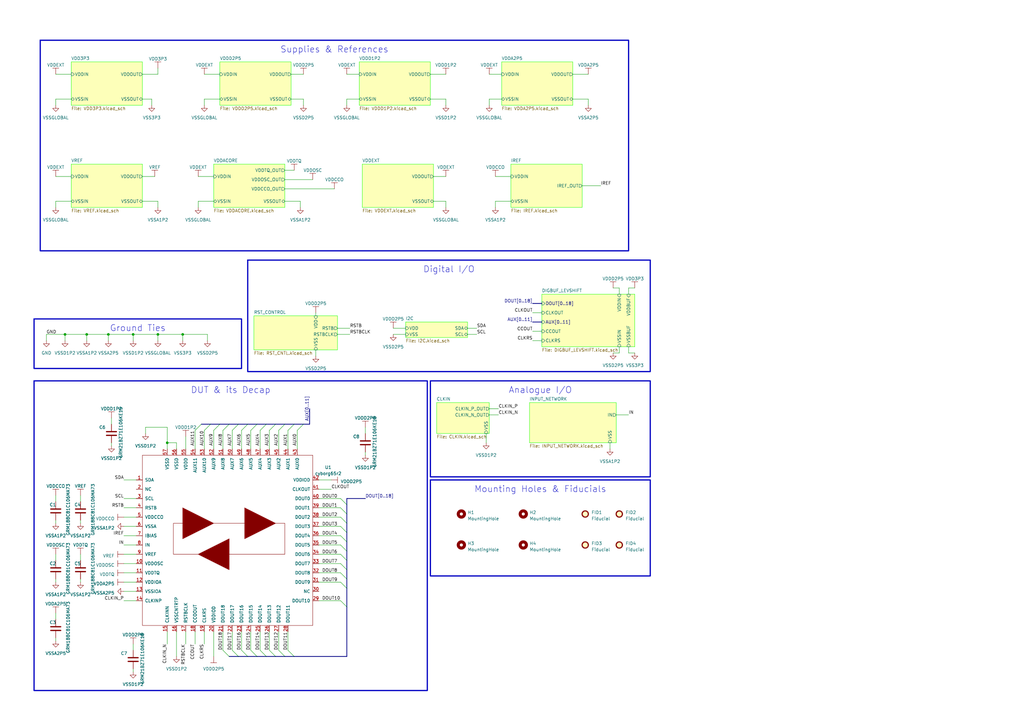
<source format=kicad_sch>
(kicad_sch (version 20230121) (generator eeschema)
  (paper "A3")
  (lib_symbols
    (symbol "Mechanical:Fiducial"
      (property "Reference" "FID" (at 0 5.08 0))
      (property "Value" "Fiducial" (at 0 3.175 0))
    )
    (symbol "Mechanical:MountingHole" (pin_names (offset 1.016))
      (property "Reference" "H" (at 0 5.08 0))
      (property "Value" "MountingHole" (at 0 3.175 0))
    )
    (symbol "PWR_GND_SHORT:VDD3P3" (power) (pin_names (offset 0))
      (property "Value" "VDD3P3" (at 0 3.81 0))
      (symbol "VDD3P3_1_1"
        (pin power_in line (at 0 0 90) (length 0) hide (name "VDD3P3") (number "1"))
      )
    )
    (symbol "PWR_GND_SHORT:VDDA2P5" (power) (pin_names (offset 0))
      (property "Value" "VDDA2P5" (at 0 3.81 0))
      (symbol "VDDA2P5_1_1"
        (pin power_in line (at 0 0 90) (length 0) hide (name "VDDA2P5") (number "1"))
      )
    )
    (symbol "PWR_GND_SHORT:VDDCCO" (power) (pin_names (offset 0))
      (property "Value" "VDDCCO" (at 0 3.81 0))
      (symbol "VDDCCO_1_1"
        (pin power_in line (at 0 0 90) (length 0) hide (name "VDDCCO") (number "1"))
      )
    )
    (symbol "PWR_GND_SHORT:VDDD1P2" (power) (pin_names (offset 0))
      (property "Value" "VDDD1P2" (at 0 3.81 0))
      (symbol "VDDD1P2_1_1"
        (pin power_in line (at 0 0 90) (length 0) hide (name "VDDD1P2") (number "1"))
      )
    )
    (symbol "PWR_GND_SHORT:VDDD2P5" (power) (pin_names (offset 0))
      (property "Value" "VDDD2P5" (at 0 3.81 0))
      (symbol "VDDD2P5_1_1"
        (pin power_in line (at 0 0 90) (length 0) hide (name "VDDD2P5") (number "1"))
      )
    )
    (symbol "PWR_GND_SHORT:VDDEXT" (power) (pin_names (offset 0))
      (property "Value" "VDDEXT" (at 0 3.81 0))
      (symbol "VDDEXT_1_1"
        (pin power_in line (at 0 0 90) (length 0) hide (name "VDDEXT") (number "1"))
      )
    )
    (symbol "PWR_GND_SHORT:VDDOSC" (power) (pin_names (offset 0))
      (property "Value" "VDDOSC" (at 0 3.81 0))
      (symbol "VDDOSC_1_1"
        (pin power_in line (at 0 0 90) (length 0) hide (name "VDDOSC") (number "1"))
      )
    )
    (symbol "PWR_GND_SHORT:VDDTQ" (power) (pin_names (offset 0))
      (property "Value" "VDDTQ" (at 0 3.81 0))
      (symbol "VDDTQ_1_1"
        (pin power_in line (at 0 0 90) (length 0) hide (name "VDDTQ") (number "1"))
      )
    )
    (symbol "PWR_GND_SHORT:VREF" (power) (pin_names (offset 0))
      (property "Value" "VREF" (at 0 3.81 0))
      (symbol "VREF_1_1"
        (pin power_in line (at 0 0 90) (length 0) hide (name "VREF") (number "1"))
      )
    )
    (symbol "PWR_GND_SHORT:VSS3P3" (power) (pin_names (offset 0))
      (property "Value" "VSS3P3" (at 0 -3.81 0))
      (symbol "VSS3P3_1_1"
        (pin power_in line (at 0 0 270) (length 0) hide (name "VSS3P3") (number "1"))
      )
    )
    (symbol "PWR_GND_SHORT:VSSA1P2" (power) (pin_names (offset 0))
      (property "Value" "VSSA1P2" (at 0 -3.81 0))
      (symbol "VSSA1P2_1_1"
        (pin power_in line (at 0 0 270) (length 0) hide (name "VSSA1P2") (number "1"))
      )
    )
    (symbol "PWR_GND_SHORT:VSSA2P5" (power) (pin_names (offset 0))
      (property "Value" "VSSA2P5" (at 0 -3.81 0))
      (symbol "VSSA2P5_1_1"
        (pin power_in line (at 0 0 270) (length 0) hide (name "VSSA2P5") (number "1"))
      )
    )
    (symbol "PWR_GND_SHORT:VSSD1P2" (power) (pin_names (offset 0))
      (property "Value" "VSSD1P2" (at 0 -3.81 0))
      (symbol "VSSD1P2_1_1"
        (pin power_in line (at 0 0 270) (length 0) hide (name "VSSD1P2") (number "1"))
      )
    )
    (symbol "PWR_GND_SHORT:VSSD2P5" (power) (pin_names (offset 0))
      (property "Value" "VSSD2P5" (at 0 -3.81 0))
      (symbol "VSSD2P5_1_1"
        (pin power_in line (at 0 0 270) (length 0) hide (name "VSSD2P5") (number "1"))
      )
    )
    (symbol "PWR_GND_SHORT:VSSEXT" (power) (pin_names (offset 0))
      (property "Value" "VSSEXT" (at 0 -3.81 0))
      (symbol "VSSEXT_1_1"
        (pin power_in line (at 0 0 270) (length 0) hide (name "VSSGLOBAL") (number "1"))
      )
    )
    (symbol "cyborg65r2_actives:cyborg65r2" (pin_names (offset 1))
      (property "Reference" "U" (at 77.47 10.16 0))
      (property "Value" "cyborg65r2" (at 81.28 7.62 0))
      (symbol "cyborg65r2_0_0"
        (pin bidirectional line (at 0 0 0) (length 2.54) (name "SDA") (number "1"))
        (pin power_in line (at 0 -34.29 0) (length 2.54) (name "VDDOSC") (number "10"))
        (pin power_in line (at 0 -38.1 0) (length 2.54) (name "VDDTQ") (number "11"))
        (pin power_in line (at 0 -41.91 0) (length 2.54) (name "VDDIOA") (number "12"))
        (pin power_in line (at 0 -45.72 0) (length 2.54) (name "VSSIOA") (number "13"))
        (pin input line (at 0 -49.53 0) (length 2.54) (name "CLKINP") (number "14"))
        (pin input line (at 12.7 -62.23 90) (length 2.54) (name "CLKINN") (number "15"))
        (pin power_in line (at 16.51 -62.23 90) (length 2.54) (name "VSSCNTRTP") (number "16"))
        (pin input line (at 20.32 -62.23 90) (length 2.54) (name "RSTBCLK") (number "17"))
        (pin output line (at 24.13 -62.23 90) (length 2.54) (name "CCOOUT") (number "18"))
        (pin output line (at 27.94 -62.23 90) (length 2.54) (name "CLKRS") (number "19"))
        (pin free line (at 0 -3.81 0) (length 2.54) (name "NC") (number "2"))
        (pin power_in line (at 31.75 -62.23 90) (length 2.54) (name "VDDIOD") (number "20"))
        (pin output line (at 35.56 -62.23 90) (length 2.54) (name "DOUT18") (number "21"))
        (pin output line (at 39.37 -62.23 90) (length 2.54) (name "DOUT17") (number "22"))
        (pin output line (at 43.18 -62.23 90) (length 2.54) (name "DOUT16") (number "23"))
        (pin output line (at 46.99 -62.23 90) (length 2.54) (name "DOUT15") (number "24"))
        (pin output line (at 50.8 -62.23 90) (length 2.54) (name "DOUT14") (number "25"))
        (pin output line (at 54.61 -62.23 90) (length 2.54) (name "DOUT13") (number "26"))
        (pin output line (at 58.42 -62.23 90) (length 2.54) (name "DOUT12") (number "27"))
        (pin output line (at 62.23 -62.23 90) (length 2.54) (name "DOUT11") (number "28"))
        (pin output line (at 74.93 -49.53 180) (length 2.54) (name "DOUT10") (number "29"))
        (pin bidirectional line (at 0 -7.62 0) (length 2.54) (name "SCL") (number "3"))
        (pin free line (at 74.93 -45.72 180) (length 2.54) (name "NC") (number "30"))
        (pin output line (at 74.93 -41.91 180) (length 2.54) (name "DOUT9") (number "31"))
        (pin output line (at 74.93 -38.1 180) (length 2.54) (name "DOUT8") (number "32"))
        (pin output line (at 74.93 -34.29 180) (length 2.54) (name "DOUT7") (number "33"))
        (pin output line (at 74.93 -30.48 180) (length 2.54) (name "DOUT6") (number "34"))
        (pin output line (at 74.93 -26.67 180) (length 2.54) (name "DOUT5") (number "35"))
        (pin output line (at 74.93 -22.86 180) (length 2.54) (name "DOUT4") (number "36"))
        (pin output line (at 74.93 -19.05 180) (length 2.54) (name "DOUT3") (number "37"))
        (pin output line (at 74.93 -15.24 180) (length 2.54) (name "DOUT2") (number "38"))
        (pin output line (at 74.93 -11.43 180) (length 2.54) (name "DOUT1") (number "39"))
        (pin input line (at 0 -11.43 0) (length 2.54) (name "RSTB") (number "4"))
        (pin output line (at 74.93 -7.62 180) (length 2.54) (name "DOUT0") (number "40"))
        (pin output line (at 74.93 -3.81 180) (length 2.54) (name "CLKOUT") (number "41"))
        (pin power_in line (at 74.93 0 180) (length 2.54) (name "VDDIOD") (number "42"))
        (pin output line (at 66.04 12.7 270) (length 2.54) (name "AUX0") (number "43"))
        (pin output line (at 62.23 12.7 270) (length 2.54) (name "AUX1") (number "44"))
        (pin output line (at 58.42 12.7 270) (length 2.54) (name "AUX2") (number "45"))
        (pin output line (at 54.61 12.7 270) (length 2.54) (name "AUX3") (number "46"))
        (pin output line (at 50.8 12.7 270) (length 2.54) (name "AUX4") (number "47"))
        (pin output line (at 46.99 12.7 270) (length 2.54) (name "AUX5") (number "48"))
        (pin output line (at 43.18 12.7 270) (length 2.54) (name "AUX6") (number "49"))
        (pin power_in line (at 0 -15.24 0) (length 2.54) (name "VDDCCO") (number "5"))
        (pin output line (at 39.37 12.7 270) (length 2.54) (name "AUX7") (number "50"))
        (pin passive line (at 35.56 12.7 270) (length 2.54) (name "AUX8") (number "51"))
        (pin output line (at 31.75 12.7 270) (length 2.54) (name "AUX9") (number "52"))
        (pin output line (at 27.94 12.7 270) (length 2.54) (name "AUX10") (number "53"))
        (pin output line (at 24.13 12.7 270) (length 2.54) (name "AUX11") (number "54"))
        (pin power_in line (at 20.32 12.7 270) (length 2.54) (name "VDDD") (number "55"))
        (pin power_out line (at 16.51 12.7 270) (length 2.54) (name "VSSD") (number "56"))
        (pin power_in line (at 12.7 12.7 270) (length 2.54) (name "VSSD") (number "57"))
        (pin power_in line (at 0 -19.05 0) (length 2.54) (name "VSSA") (number "6"))
        (pin input line (at 0 -22.86 0) (length 2.54) (name "IBIAS") (number "7"))
        (pin input line (at 0 -26.67 0) (length 2.54) (name "IN") (number "8"))
        (pin input line (at 0 -30.48 0) (length 2.54) (name "VREF") (number "9"))
      )
    )
    (symbol "cyborg65r2_pcb_passives:GRM188C81C106MA73" (pin_numbers hide) (pin_names (offset 0.254))
      (property "Reference" "C" (at 0.635 2.54 0))
      (property "Value" "GRM188C81C106MA73" (at 0.635 -2.54 0))
      (symbol "GRM188C81C106MA73_1_1"
        (pin passive line (at 0 3.81 270) (length 2.794) (name "~") (number "1"))
        (pin passive line (at 0 -3.81 90) (length 2.794) (name "~") (number "2"))
      )
    )
    (symbol "cyborg65r2_pcb_passives:GRM21BZ71E106KE15" (pin_numbers hide) (pin_names (offset 0.254))
      (property "Reference" "C" (at 0.635 2.54 0))
      (property "Value" "GRM21BZ71E106KE15" (at 0.635 -2.54 0))
      (symbol "GRM21BZ71E106KE15_1_1"
        (pin passive line (at 0 3.81 270) (length 2.794) (name "~") (number "1"))
        (pin passive line (at 0 -3.81 90) (length 2.794) (name "~") (number "2"))
      )
    )
    (symbol "power:GND" (power) (pin_names (offset 0))
      (property "Value" "GND" (at 0 -3.81 0))
      (symbol "GND_1_1"
        (pin power_in line (at 0 0 270) (length 0) hide (name "GND") (number "1"))
      )
    )
  )
  (junction (at 35.56 137.16))
  (junction (at 54.61 137.16))
  (junction (at 64.77 137.16))
  (junction (at 26.67 137.16))
  (junction (at 74.93 137.16))
  (junction (at 68.58 181.61))
  (junction (at 44.45 137.16))
  (bus_entry (at 80.01 176.53) (size 2.54 -2.54))
  (bus_entry (at 114.3 266.7) (size 2.54 2.54))
  (bus_entry (at 106.68 176.53) (size 2.54 -2.54))
  (bus_entry (at 91.44 266.7) (size 2.54 2.54))
  (bus_entry (at 102.87 176.53) (size 2.54 -2.54))
  (bus_entry (at 95.25 266.7) (size 2.54 2.54))
  (bus_entry (at 139.7 208.28) (size 2.54 2.54))
  (bus_entry (at 106.68 266.7) (size 2.54 2.54))
  (bus_entry (at 91.44 176.53) (size 2.54 -2.54))
  (bus_entry (at 110.49 176.53) (size 2.54 -2.54))
  (bus_entry (at 102.87 266.7) (size 2.54 2.54))
  (bus_entry (at 118.11 266.7) (size 2.54 2.54))
  (bus_entry (at 99.06 266.7) (size 2.54 2.54))
  (bus_entry (at 139.7 234.95) (size 2.54 2.54))
  (bus_entry (at 110.49 266.7) (size 2.54 2.54))
  (bus_entry (at 139.7 246.38) (size 2.54 2.54))
  (bus_entry (at 139.7 204.47) (size 2.54 2.54))
  (bus_entry (at 99.06 176.53) (size 2.54 -2.54))
  (bus_entry (at 139.7 215.9) (size 2.54 2.54))
  (bus_entry (at 118.11 176.53) (size 2.54 -2.54))
  (bus_entry (at 95.25 176.53) (size 2.54 -2.54))
  (bus_entry (at 139.7 227.33) (size 2.54 2.54))
  (bus_entry (at 139.7 219.71) (size 2.54 2.54))
  (bus_entry (at 121.92 176.53) (size 2.54 -2.54))
  (bus_entry (at 139.7 212.09) (size 2.54 2.54))
  (bus_entry (at 83.82 176.53) (size 2.54 -2.54))
  (bus_entry (at 139.7 223.52) (size 2.54 2.54))
  (bus_entry (at 139.7 238.76) (size 2.54 2.54))
  (bus_entry (at 139.7 231.14) (size 2.54 2.54))
  (bus_entry (at 87.63 176.53) (size 2.54 -2.54))
  (bus_entry (at 114.3 176.53) (size 2.54 -2.54))
  (wire (pts (xy 54.61 137.16) (xy 44.45 137.16)))
  (wire (pts (xy 91.44 176.53) (xy 91.44 184.15)))
  (wire (pts (xy 106.68 176.53) (xy 106.68 184.15)))
  (bus (pts (xy 142.24 233.68) (xy 142.24 237.49)))
  (wire (pts (xy 149.86 185.42) (xy 149.86 186.69)))
  (wire (pts (xy 257.81 118.11) (xy 257.81 120.65)))
  (wire (pts (xy 50.8 196.85) (xy 55.88 196.85)))
  (wire (pts (xy 58.42 30.48) (xy 64.77 30.48)))
  (bus (pts (xy 109.22 269.24) (xy 113.03 269.24)))
  (wire (pts (xy 22.86 30.48) (xy 29.21 30.48)))
  (wire (pts (xy 238.76 76.2) (xy 246.38 76.2)))
  (bus (pts (xy 86.36 173.99) (xy 90.17 173.99)))
  (wire (pts (xy 200.66 167.64) (xy 204.47 167.64)))
  (wire (pts (xy 22.86 261.62) (xy 22.86 262.89)))
  (wire (pts (xy 102.87 259.08) (xy 102.87 266.7)))
  (wire (pts (xy 250.19 181.61) (xy 250.19 184.15)))
  (wire (pts (xy 22.86 203.2) (xy 22.86 205.74)))
  (bus (pts (xy 142.24 210.82) (xy 142.24 214.63)))
  (wire (pts (xy 177.8 82.55) (xy 182.88 82.55)))
  (bus (pts (xy 142.24 237.49) (xy 142.24 241.3)))
  (wire (pts (xy 26.67 137.16) (xy 26.67 139.7)))
  (wire (pts (xy 44.45 137.16) (xy 35.56 137.16)))
  (wire (pts (xy 50.8 223.52) (xy 55.88 223.52)))
  (bus (pts (xy 142.24 214.63) (xy 142.24 218.44)))
  (bus (pts (xy 113.03 173.99) (xy 116.84 173.99)))
  (wire (pts (xy 95.25 176.53) (xy 95.25 184.15)))
  (wire (pts (xy 64.77 27.94) (xy 64.77 30.48)))
  (wire (pts (xy 44.45 137.16) (xy 44.45 139.7)))
  (wire (pts (xy 80.01 259.08) (xy 80.01 264.16)))
  (wire (pts (xy 234.95 40.64) (xy 241.3 40.64)))
  (bus (pts (xy 101.6 269.24) (xy 105.41 269.24)))
  (wire (pts (xy 130.81 231.14) (xy 139.7 231.14)))
  (bus (pts (xy 120.65 269.24) (xy 142.24 269.24)))
  (wire (pts (xy 251.46 144.78) (xy 254 144.78)))
  (wire (pts (xy 106.68 259.08) (xy 106.68 266.7)))
  (wire (pts (xy 72.39 184.15) (xy 72.39 181.61)))
  (bus (pts (xy 218.44 132.08) (xy 222.25 132.08)))
  (wire (pts (xy 252.73 170.18) (xy 257.81 170.18)))
  (wire (pts (xy 110.49 259.08) (xy 110.49 266.7)))
  (wire (pts (xy 116.84 82.55) (xy 123.19 82.55)))
  (wire (pts (xy 50.8 234.95) (xy 55.88 234.95)))
  (wire (pts (xy 130.81 246.38) (xy 139.7 246.38)))
  (bus (pts (xy 116.84 269.24) (xy 120.65 269.24)))
  (wire (pts (xy 182.88 43.18) (xy 182.88 40.64)))
  (wire (pts (xy 81.28 85.09) (xy 81.28 82.55)))
  (bus (pts (xy 142.24 226.06) (xy 142.24 229.87)))
  (wire (pts (xy 95.25 259.08) (xy 95.25 266.7)))
  (wire (pts (xy 203.2 82.55) (xy 209.55 82.55)))
  (bus (pts (xy 142.24 241.3) (xy 142.24 248.92)))
  (wire (pts (xy 74.93 139.7) (xy 74.93 137.16)))
  (wire (pts (xy 203.2 72.39) (xy 209.55 72.39)))
  (bus (pts (xy 82.55 173.99) (xy 86.36 173.99)))
  (wire (pts (xy 76.2 179.07) (xy 76.2 184.15)))
  (wire (pts (xy 200.66 40.64) (xy 205.74 40.64)))
  (bus (pts (xy 142.24 229.87) (xy 142.24 233.68)))
  (bus (pts (xy 142.24 222.25) (xy 142.24 226.06)))
  (wire (pts (xy 114.3 176.53) (xy 114.3 184.15)))
  (wire (pts (xy 76.2 259.08) (xy 76.2 264.16)))
  (bus (pts (xy 124.46 173.99) (xy 127 173.99)))
  (wire (pts (xy 35.56 137.16) (xy 26.67 137.16)))
  (wire (pts (xy 22.86 40.64) (xy 29.21 40.64)))
  (wire (pts (xy 22.86 82.55) (xy 29.21 82.55)))
  (wire (pts (xy 58.42 40.64) (xy 62.23 40.64)))
  (wire (pts (xy 59.69 175.26) (xy 68.58 175.26)))
  (wire (pts (xy 123.19 85.09) (xy 123.19 82.55)))
  (wire (pts (xy 58.42 72.39) (xy 63.5 72.39)))
  (bus (pts (xy 109.22 173.99) (xy 113.03 173.99)))
  (wire (pts (xy 176.53 40.64) (xy 182.88 40.64)))
  (bus (pts (xy 142.24 204.47) (xy 142.24 207.01)))
  (wire (pts (xy 85.09 139.7) (xy 85.09 137.16)))
  (wire (pts (xy 142.24 30.48) (xy 147.32 30.48)))
  (wire (pts (xy 116.84 73.66) (xy 128.27 73.66)))
  (wire (pts (xy 59.69 175.26) (xy 59.69 177.8)))
  (wire (pts (xy 124.46 40.64) (xy 124.46 43.18)))
  (wire (pts (xy 50.8 212.09) (xy 55.88 212.09)))
  (wire (pts (xy 121.92 176.53) (xy 121.92 184.15)))
  (wire (pts (xy 254 118.11) (xy 254 120.65)))
  (wire (pts (xy 200.66 43.18) (xy 200.66 40.64)))
  (wire (pts (xy 119.38 40.64) (xy 124.46 40.64)))
  (wire (pts (xy 130.81 204.47) (xy 139.7 204.47)))
  (wire (pts (xy 50.8 219.71) (xy 55.88 219.71)))
  (bus (pts (xy 127 167.64) (xy 127 173.99)))
  (wire (pts (xy 26.67 137.16) (xy 19.05 137.16)))
  (wire (pts (xy 74.93 137.16) (xy 64.77 137.16)))
  (wire (pts (xy 130.81 219.71) (xy 139.7 219.71)))
  (bus (pts (xy 90.17 173.99) (xy 93.98 173.99)))
  (wire (pts (xy 50.8 208.28) (xy 55.88 208.28)))
  (wire (pts (xy 83.82 30.48) (xy 90.17 30.48)))
  (wire (pts (xy 110.49 176.53) (xy 110.49 184.15)))
  (wire (pts (xy 130.81 238.76) (xy 139.7 238.76)))
  (wire (pts (xy 241.3 43.18) (xy 241.3 40.64)))
  (wire (pts (xy 72.39 259.08) (xy 72.39 269.24)))
  (wire (pts (xy 116.84 69.85) (xy 120.65 69.85)))
  (wire (pts (xy 50.8 215.9) (xy 55.88 215.9)))
  (wire (pts (xy 64.77 137.16) (xy 54.61 137.16)))
  (bus (pts (xy 142.24 204.47) (xy 149.86 204.47)))
  (wire (pts (xy 251.46 118.11) (xy 254 118.11)))
  (wire (pts (xy 199.39 177.8) (xy 199.39 181.61)))
  (wire (pts (xy 138.43 134.62) (xy 143.51 134.62)))
  (wire (pts (xy 81.28 72.39) (xy 87.63 72.39)))
  (wire (pts (xy 161.29 134.62) (xy 166.37 134.62)))
  (wire (pts (xy 74.93 137.16) (xy 85.09 137.16)))
  (bus (pts (xy 97.79 173.99) (xy 101.6 173.99)))
  (bus (pts (xy 142.24 269.24) (xy 142.24 248.92)))
  (wire (pts (xy 83.82 43.18) (xy 83.82 40.64)))
  (wire (pts (xy 50.8 242.57) (xy 55.88 242.57)))
  (wire (pts (xy 99.06 176.53) (xy 99.06 184.15)))
  (wire (pts (xy 33.02 227.33) (xy 33.02 229.87)))
  (wire (pts (xy 260.35 118.11) (xy 257.81 118.11)))
  (wire (pts (xy 130.81 215.9) (xy 139.7 215.9)))
  (wire (pts (xy 130.81 196.85) (xy 135.89 196.85)))
  (wire (pts (xy 22.86 43.18) (xy 22.86 40.64)))
  (wire (pts (xy 119.38 30.48) (xy 124.46 30.48)))
  (wire (pts (xy 58.42 82.55) (xy 64.77 82.55)))
  (wire (pts (xy 45.72 171.45) (xy 45.72 173.99)))
  (bus (pts (xy 93.98 173.99) (xy 97.79 173.99)))
  (bus (pts (xy 116.84 173.99) (xy 120.65 173.99)))
  (wire (pts (xy 114.3 259.08) (xy 114.3 266.7)))
  (wire (pts (xy 54.61 264.16) (xy 54.61 266.7)))
  (wire (pts (xy 68.58 181.61) (xy 68.58 184.15)))
  (wire (pts (xy 118.11 259.08) (xy 118.11 266.7)))
  (wire (pts (xy 130.81 200.66) (xy 135.89 200.66)))
  (wire (pts (xy 116.84 77.47) (xy 137.16 77.47)))
  (wire (pts (xy 177.8 72.39) (xy 182.88 72.39)))
  (wire (pts (xy 22.86 237.49) (xy 22.86 238.76)))
  (wire (pts (xy 22.86 251.46) (xy 22.86 254)))
  (wire (pts (xy 129.54 128.27) (xy 129.54 129.54)))
  (wire (pts (xy 91.44 259.08) (xy 91.44 266.7)))
  (wire (pts (xy 142.24 43.18) (xy 142.24 40.64)))
  (wire (pts (xy 118.11 176.53) (xy 118.11 184.15)))
  (bus (pts (xy 93.98 269.24) (xy 97.79 269.24)))
  (wire (pts (xy 129.54 143.51) (xy 129.54 146.05)))
  (wire (pts (xy 191.77 134.62) (xy 195.58 134.62)))
  (wire (pts (xy 80.01 176.53) (xy 80.01 184.15)))
  (wire (pts (xy 87.63 259.08) (xy 87.63 269.24)))
  (wire (pts (xy 142.24 40.64) (xy 147.32 40.64)))
  (wire (pts (xy 35.56 137.16) (xy 35.56 139.7)))
  (wire (pts (xy 22.86 227.33) (xy 22.86 229.87)))
  (wire (pts (xy 50.8 231.14) (xy 55.88 231.14)))
  (wire (pts (xy 33.02 237.49) (xy 33.02 238.76)))
  (bus (pts (xy 120.65 173.99) (xy 124.46 173.99)))
  (wire (pts (xy 68.58 259.08) (xy 68.58 264.16)))
  (wire (pts (xy 218.44 128.27) (xy 222.25 128.27)))
  (wire (pts (xy 33.02 213.36) (xy 33.02 214.63)))
  (bus (pts (xy 101.6 173.99) (xy 105.41 173.99)))
  (bus (pts (xy 218.44 124.46) (xy 222.25 124.46)))
  (wire (pts (xy 64.77 137.16) (xy 64.77 139.7)))
  (wire (pts (xy 254 142.24) (xy 254 144.78)))
  (wire (pts (xy 203.2 85.09) (xy 203.2 82.55)))
  (wire (pts (xy 260.35 144.78) (xy 257.81 144.78)))
  (wire (pts (xy 149.86 175.26) (xy 149.86 177.8)))
  (wire (pts (xy 54.61 137.16) (xy 54.61 139.7)))
  (wire (pts (xy 130.81 212.09) (xy 139.7 212.09)))
  (wire (pts (xy 87.63 176.53) (xy 87.63 184.15)))
  (wire (pts (xy 64.77 85.09) (xy 64.77 82.55)))
  (wire (pts (xy 182.88 85.09) (xy 182.88 82.55)))
  (wire (pts (xy 50.8 238.76) (xy 55.88 238.76)))
  (wire (pts (xy 81.28 82.55) (xy 87.63 82.55)))
  (wire (pts (xy 22.86 213.36) (xy 22.86 214.63)))
  (wire (pts (xy 33.02 203.2) (xy 33.02 205.74)))
  (wire (pts (xy 50.8 227.33) (xy 55.88 227.33)))
  (wire (pts (xy 176.53 30.48) (xy 182.88 30.48)))
  (wire (pts (xy 200.66 30.48) (xy 205.74 30.48)))
  (wire (pts (xy 218.44 135.89) (xy 222.25 135.89)))
  (wire (pts (xy 83.82 176.53) (xy 83.82 184.15)))
  (wire (pts (xy 83.82 40.64) (xy 90.17 40.64)))
  (bus (pts (xy 105.41 269.24) (xy 109.22 269.24)))
  (wire (pts (xy 234.95 30.48) (xy 241.3 30.48)))
  (wire (pts (xy 218.44 139.7) (xy 222.25 139.7)))
  (wire (pts (xy 138.43 137.16) (xy 143.51 137.16)))
  (wire (pts (xy 50.8 246.38) (xy 55.88 246.38)))
  (wire (pts (xy 22.86 72.39) (xy 29.21 72.39)))
  (bus (pts (xy 105.41 173.99) (xy 109.22 173.99)))
  (wire (pts (xy 257.81 142.24) (xy 257.81 144.78)))
  (wire (pts (xy 22.86 85.09) (xy 22.86 82.55)))
  (wire (pts (xy 130.81 208.28) (xy 139.7 208.28)))
  (wire (pts (xy 50.8 204.47) (xy 55.88 204.47)))
  (wire (pts (xy 54.61 274.32) (xy 54.61 275.59)))
  (wire (pts (xy 130.81 234.95) (xy 139.7 234.95)))
  (wire (pts (xy 83.82 259.08) (xy 83.82 264.16)))
  (wire (pts (xy 62.23 40.64) (xy 62.23 43.18)))
  (bus (pts (xy 142.24 207.01) (xy 142.24 210.82)))
  (wire (pts (xy 130.81 227.33) (xy 139.7 227.33)))
  (wire (pts (xy 45.72 181.61) (xy 45.72 182.88)))
  (wire (pts (xy 19.05 137.16) (xy 19.05 139.7)))
  (bus (pts (xy 97.79 269.24) (xy 101.6 269.24)))
  (wire (pts (xy 130.81 223.52) (xy 139.7 223.52)))
  (wire (pts (xy 102.87 176.53) (xy 102.87 184.15)))
  (wire (pts (xy 191.77 137.16) (xy 195.58 137.16)))
  (wire (pts (xy 68.58 181.61) (xy 72.39 181.61)))
  (wire (pts (xy 68.58 175.26) (xy 68.58 181.61)))
  (wire (pts (xy 99.06 259.08) (xy 99.06 266.7)))
  (bus (pts (xy 142.24 218.44) (xy 142.24 222.25)))
  (wire (pts (xy 161.29 137.16) (xy 166.37 137.16)))
  (wire (pts (xy 200.66 170.18) (xy 204.47 170.18)))
  (bus (pts (xy 113.03 269.24) (xy 116.84 269.24)))
  (text_box "Analogue I/O" (at 176.53 156.21 0) (size 90.17 39.37) (stroke (width 0.5)) (effects (font (size 2.56 2.56)) (justify top)))
  (text_box "Mounting Holes & Fiducials" (at 176.53 196.85 0) (size 90.17 39.37) (stroke (width 0.5)) (effects (font (size 2.56 2.56)) (justify top)))
  (text_box "Ground Ties" (at 13.97 130.81 0) (size 85.09 20.32) (stroke (width 0.5)) (effects (font (size 2.56 2.56)) (justify top)))
  (text_box "Supplies & References" (at 16.51 16.51 0) (size 241.3 86.36) (stroke (width 0.5)) (effects (font (size 2.56 2.56)) (justify top)))
  (text_box "DUT & its Decap" (at 13.97 156.21 0) (size 161.29 127) (stroke (width 0.5)) (effects (font (size 2.56 2.56)) (justify top)))
  (text_box "Digital I/O" (at 101.6 106.68 0) (size 165.1 45.72) (stroke (width 0.5)) (effects (font (size 2.56 2.56)) (justify top)))
  (label "DOUT0" (at 132.08 204.47 0))
  (label "AUX10" (at 83.82 182.88 90))
  (label "DOUT17" (at 95.25 266.7 90))
  (label "DOUT8" (at 132.08 234.95 0))
  (label "DOUT14" (at 106.68 266.7 90))
  (label "GND" (at 19.05 137.16 0))
  (label "SDA" (at 50.8 196.85 180))
  (label "SDA" (at 195.58 134.62 0))
  (label "IN" (at 50.8 223.52 180))
  (label "IREF" (at 246.38 76.2 0))
  (label "CCOUT" (at 80.01 264.16 270))
  (label "CLKIN_N" (at 204.47 170.18 0))
  (label "AUX1" (at 118.11 182.88 90))
  (label "RSTBCLK" (at 143.51 137.16 0))
  (label "IN" (at 257.81 170.18 0))
  (label "DOUT3" (at 132.08 215.9 0))
  (label "AUX[0..11]" (at 218.44 132.08 180))
  (label "RSTBCLK" (at 76.2 264.16 270))
  (label "AUX11" (at 80.01 182.88 90))
  (label "AUX0" (at 121.92 182.88 90))
  (label "DOUT16" (at 99.06 266.7 90))
  (label "RSTB" (at 143.51 134.62 0))
  (label "CCOUT" (at 218.44 135.89 180))
  (label "CLKIN_P" (at 204.47 167.64 0))
  (label "DOUT1" (at 132.08 208.28 0))
  (label "AUX2" (at 114.3 182.88 90))
  (label "DOUT4" (at 132.08 219.71 0))
  (label "AUX6" (at 99.06 182.88 90))
  (label "AUX9" (at 87.63 182.88 90))
  (label "DOUT10" (at 132.08 246.38 0))
  (label "AUX4" (at 106.68 182.88 90))
  (label "SCL" (at 50.8 204.47 180))
  (label "DOUT11" (at 118.11 266.7 90))
  (label "IREF" (at 50.8 219.71 180))
  (label "AUX3" (at 110.49 182.88 90))
  (label "DOUT13" (at 110.49 266.7 90))
  (label "DOUT18" (at 91.44 266.7 90))
  (label "CLKOUT" (at 135.89 200.66 0))
  (label "AUX8" (at 91.44 182.88 90))
  (label "DOUT5" (at 132.08 223.52 0))
  (label "RSTB" (at 50.8 208.28 180))
  (label "AUX5" (at 102.87 182.88 90))
  (label "DOUT6" (at 132.08 227.33 0))
  (label "DOUT2" (at 132.08 212.09 0))
  (label "DOUT9" (at 132.08 238.76 0))
  (label "SCL" (at 195.58 137.16 0))
  (label "AUX7" (at 95.25 182.88 90))
  (label "CLKRS" (at 218.44 139.7 180))
  (label "DOUT[0..18]" (at 218.44 124.46 180))
  (label "CLKRS" (at 83.82 264.16 270))
  (label "CLKIN_P" (at 50.8 246.38 180))
  (label "DOUT[0..18]" (at 149.86 204.47 0))
  (label "DOUT7" (at 132.08 231.14 0))
  (label "AUX[0..11]" (at 127 172.72 90))
  (label "CLKOUT" (at 218.44 128.27 180))
  (label "DOUT15" (at 102.87 266.7 90))
  (label "CLKIN_N" (at 68.58 264.16 270))
  (label "DOUT12" (at 114.3 266.7 90))
  (symbol (lib_id "PWR_GND_SHORT:VSSEXT") (at 22.86 43.18 0) (unit 1)
    (property "Reference" "#PWR0129" (effects hide))
    (property "Value" "VSSEXT" (at 22.86 48.26 0))
  )
  (symbol (lib_id "PWR_GND_SHORT:VSSD2P5") (at 251.46 144.78 0) (unit 1)
    (property "Reference" "#PWR0106" (effects hide))
    (property "Value" "VSSD2P5" (at 251.46 149.86 0))
  )
  (symbol (lib_id "PWR_GND_SHORT:VSS3P3") (at 62.23 43.18 0) (unit 1)
    (property "Reference" "#PWR0135" (effects hide))
    (property "Value" "VSS3P3" (at 62.23 48.26 0))
  )
  (symbol (lib_id "PWR_GND_SHORT:VSSA1P2") (at 22.86 238.76 0) (unit 1)
    (property "Reference" "#PWR0160" (effects hide))
    (property "Value" "VSSA1P2" (at 22.86 243.84 0))
  )
  (symbol (lib_id "PWR_GND_SHORT:VDDCCO") (at 203.2 72.39 0) (unit 1)
    (property "Reference" "#PWR0110" (effects hide))
    (property "Value" "VDDCCO" (at 203.2 68.58 0))
  )
  (symbol (lib_id "PWR_GND_SHORT:VDDCCO") (at 22.86 203.2 0) (unit 1)
    (property "Reference" "#PWR0173" (effects hide))
    (property "Value" "VDDCCO" (at 22.86 199.39 0))
  )
  (symbol (lib_id "PWR_GND_SHORT:VSSA1P2") (at 123.19 85.09 0) (unit 1)
    (property "Reference" "#PWR0119" (effects hide))
    (property "Value" "VSSA1P2" (at 123.19 90.17 0))
  )
  (symbol (lib_id "cyborg65r2_pcb_passives:GRM188C81C106MA73") (at 22.86 209.55 0) (unit 1)
    (property "Reference" "C1" (at 20.32 207.01 0) (effects (justify left)))
    (property "Value" "GRM188C81C106MA73" (at 27.94 219.71 90) (effects (justify left)))
    (property "Footprint" "Capacitor_SMD:C_0603_1608Metric" (effects hide))
    (property "Datasheet" "https://www.murata.com/en-eu/products/productdetail?partno=GRM188C81C106MA73%23" (effects hide))
  )
  (symbol (lib_id "Mechanical:MountingHole") (at 214.63 223.52 0) (unit 1)
    (property "Reference" "H4" (at 217.17 222.885 0) (effects (justify left)))
    (property "Value" "MountingHole" (at 217.17 225.425 0) (effects (justify left)))
    (property "Footprint" "MountingHole:MountingHole_3.2mm_M3" (effects hide))
  )
  (symbol (lib_id "PWR_GND_SHORT:VSSEXT") (at 182.88 85.09 0) (unit 1)
    (property "Reference" "#PWR0108" (effects hide))
    (property "Value" "VSSEXT" (at 182.88 90.17 0))
  )
  (symbol (lib_id "power:GND") (at 19.05 139.7 0) (unit 1)
    (property "Reference" "#PWR0149" (effects hide))
    (property "Value" "GND" (at 19.05 144.78 0))
  )
  (symbol (lib_id "PWR_GND_SHORT:VDDEXT") (at 22.86 30.48 0) (unit 1)
    (property "Reference" "#PWR0128" (effects hide))
    (property "Value" "VDDEXT" (at 22.86 26.67 0))
  )
  (symbol (lib_id "PWR_GND_SHORT:VSSD1P2") (at 199.39 181.61 0) (unit 1)
    (property "Reference" "#PWR0103" (effects hide))
    (property "Value" "VSSD1P2" (at 199.39 186.69 0))
  )
  (symbol (lib_id "PWR_GND_SHORT:VSSA1P2") (at 203.2 85.09 0) (unit 1)
    (property "Reference" "#PWR0109" (effects hide))
    (property "Value" "VSSA1P2" (at 203.2 90.17 0))
  )
  (symbol (lib_id "cyborg65r2_actives:cyborg65r2") (at 55.88 196.85 0) (unit 1)
    (property "Reference" "U1" (at 134.62 191.6683 0))
    (property "Value" "cyborg65r2" (at 134.62 194.2083 0))
    (property "Footprint" "cyborg65r2_actives:QFN56" (effects hide))
  )
  (symbol (lib_id "PWR_GND_SHORT:VSSA2P5") (at 241.3 43.18 0) (unit 1)
    (property "Reference" "#PWR0112" (effects hide))
    (property "Value" "VSSA2P5" (at 241.3 48.26 0))
  )
  (symbol (lib_id "PWR_GND_SHORT:VDDCCO") (at 50.8 212.09 90) (unit 1)
    (property "Reference" "#PWR0145" (effects hide))
    (property "Value" "VDDCCO" (at 46.99 212.725 90) (effects (justify left)))
  )
  (symbol (lib_id "cyborg65r2_pcb_passives:GRM188C81C106MA73") (at 33.02 209.55 0) (unit 1)
    (property "Reference" "C4" (at 30.48 207.01 0) (effects (justify left)))
    (property "Value" "GRM188C81C106MA73" (at 38.1 219.71 90) (effects (justify left)))
    (property "Footprint" "Capacitor_SMD:C_0603_1608Metric" (effects hide))
    (property "Datasheet" "https://www.murata.com/en-eu/products/productdetail?partno=GRM188C81C106MA73%23" (effects hide))
  )
  (symbol (lib_id "PWR_GND_SHORT:VDDEXT") (at 22.86 72.39 0) (unit 1)
    (property "Reference" "#PWR0130" (effects hide))
    (property "Value" "VDDEXT" (at 22.86 68.58 0))
  )
  (symbol (lib_id "PWR_GND_SHORT:VDDTQ") (at 50.8 234.95 90) (unit 1)
    (property "Reference" "#PWR0168" (effects hide))
    (property "Value" "VDDTQ" (at 46.99 235.585 90) (effects (justify left)))
  )
  (symbol (lib_id "PWR_GND_SHORT:VSSA2P5") (at 50.8 242.57 270) (unit 1)
    (property "Reference" "#PWR0167" (effects hide))
    (property "Value" "VSSA2P5" (at 46.99 243.205 90) (effects (justify right)))
  )
  (symbol (lib_id "PWR_GND_SHORT:VSSD1P2") (at 72.39 269.24 0) (unit 1)
    (property "Reference" "#PWR0158" (effects hide))
    (property "Value" "VSSD1P2" (at 72.39 274.32 0))
  )
  (symbol (lib_id "cyborg65r2_pcb_passives:GRM21BZ71E106KE15") (at 54.61 270.51 0) (unit 1)
    (property "Reference" "C7" (at 49.53 267.97 0) (effects (justify left)))
    (property "Value" "GRM21BZ71E106KE15" (at 58.42 280.67 90) (effects (justify left)))
    (property "Footprint" "Capacitor_SMD:C_0805_2012Metric" (effects hide))
    (property "Datasheet" "https://www.murata.com/products/productdetail?partno=GRM21BZ71E106KE15%23" (effects hide))
  )
  (symbol (lib_id "PWR_GND_SHORT:VSSA2P5") (at 22.86 262.89 0) (unit 1)
    (property "Reference" "#PWR0159" (effects hide))
    (property "Value" "VSSA2P5" (at 22.86 267.97 0))
  )
  (symbol (lib_id "PWR_GND_SHORT:VSSD2P5") (at 129.54 146.05 0) (unit 1)
    (property "Reference" "#PWR0140" (effects hide))
    (property "Value" "VSSD2P5" (at 129.54 151.13 0))
  )
  (symbol (lib_id "PWR_GND_SHORT:VDDD2P5") (at 135.89 196.85 270) (unit 1)
    (property "Reference" "#PWR0170" (effects hide))
    (property "Value" "VDDD2P5" (at 139.7 197.485 90) (effects (justify left)))
  )
  (symbol (lib_id "PWR_GND_SHORT:VSSEXT") (at 64.77 139.7 0) (unit 1)
    (property "Reference" "#PWR0153" (effects hide))
    (property "Value" "VSSEXT" (at 64.77 144.78 0))
  )
  (symbol (lib_id "PWR_GND_SHORT:VSSD2P5") (at 124.46 43.18 0) (unit 1)
    (property "Reference" "#PWR0123" (effects hide))
    (property "Value" "VSSD2P5" (at 124.46 48.26 0))
  )
  (symbol (lib_id "PWR_GND_SHORT:VDDEXT") (at 142.24 30.48 0) (unit 1)
    (property "Reference" "#PWR0118" (effects hide))
    (property "Value" "VDDEXT" (at 142.24 26.67 0))
  )
  (symbol (lib_id "PWR_GND_SHORT:VSSEXT") (at 142.24 43.18 0) (unit 1)
    (property "Reference" "#PWR0122" (effects hide))
    (property "Value" "VSSEXT" (at 142.24 48.26 0))
  )
  (symbol (lib_id "PWR_GND_SHORT:VDDD2P5") (at 149.86 175.26 0) (unit 1)
    (property "Reference" "#PWR0141" (effects hide))
    (property "Value" "VDDD2P5" (at 149.86 171.45 0))
  )
  (symbol (lib_id "cyborg65r2_pcb_passives:GRM188C81C106MA73") (at 33.02 233.68 0) (unit 1)
    (property "Reference" "C5" (at 30.48 231.14 0) (effects (justify left)))
    (property "Value" "GRM188C81C106MA73" (at 38.1 243.84 90) (effects (justify left)))
    (property "Footprint" "Capacitor_SMD:C_0603_1608Metric" (effects hide))
    (property "Datasheet" "https://www.murata.com/en-eu/products/productdetail?partno=GRM188C81C106MA73%23" (effects hide))
  )
  (symbol (lib_id "PWR_GND_SHORT:VDDA2P5") (at 50.8 238.76 90) (unit 1)
    (property "Reference" "#PWR0165" (effects hide))
    (property "Value" "VDDA2P5" (at 46.99 239.395 90) (effects (justify left)))
  )
  (symbol (lib_id "PWR_GND_SHORT:VDDTQ") (at 120.65 69.85 0) (unit 1)
    (property "Reference" "#PWR0131" (effects hide))
    (property "Value" "VDDTQ" (at 120.65 66.04 0))
  )
  (symbol (lib_id "PWR_GND_SHORT:VDDD2P5") (at 251.46 118.11 0) (unit 1)
    (property "Reference" "#PWR0115" (effects hide))
    (property "Value" "VDDD2P5" (at 251.46 114.3 0))
  )
  (symbol (lib_id "PWR_GND_SHORT:VSSD1P2") (at 149.86 186.69 0) (unit 1)
    (property "Reference" "#PWR0171" (effects hide))
    (property "Value" "VSSD1P2" (at 149.86 191.77 0))
  )
  (symbol (lib_id "PWR_GND_SHORT:VDDOSC") (at 128.27 73.66 0) (unit 1)
    (property "Reference" "#PWR0124" (effects hide))
    (property "Value" "VDDOSC" (at 128.27 69.85 0))
  )
  (symbol (lib_id "PWR_GND_SHORT:VDDD2P5") (at 124.46 30.48 0) (unit 1)
    (property "Reference" "#PWR0121" (effects hide))
    (property "Value" "VDDD2P5" (at 124.46 26.67 0))
  )
  (symbol (lib_id "PWR_GND_SHORT:VSSA1P2") (at 33.02 214.63 0) (unit 1)
    (property "Reference" "#PWR0144" (effects hide))
    (property "Value" "VSSA1P2" (at 33.02 219.71 0))
  )
  (symbol (lib_id "PWR_GND_SHORT:VSSA1P2") (at 64.77 85.09 0) (unit 1)
    (property "Reference" "#PWR0137" (effects hide))
    (property "Value" "VSSA1P2" (at 64.77 90.17 0))
  )
  (symbol (lib_id "PWR_GND_SHORT:VDD3P3") (at 64.77 27.94 0) (unit 1)
    (property "Reference" "#PWR0134" (effects hide))
    (property "Value" "VDD3P3" (at 64.77 24.13 0))
  )
  (symbol (lib_id "PWR_GND_SHORT:VDDD2P5") (at 54.61 264.16 0) (unit 1)
    (property "Reference" "#PWR0161" (effects hide))
    (property "Value" "VDDD2P5" (at 54.61 260.35 0))
  )
  (symbol (lib_id "PWR_GND_SHORT:VREF") (at 33.02 203.2 0) (unit 1)
    (property "Reference" "#PWR0143" (effects hide))
    (property "Value" "VREF" (at 33.02 199.39 0))
  )
  (symbol (lib_id "PWR_GND_SHORT:VREF") (at 50.8 227.33 90) (unit 1)
    (property "Reference" "#PWR0166" (effects hide))
    (property "Value" "VREF" (at 46.99 227.965 90) (effects (justify left)))
  )
  (symbol (lib_id "Mechanical:Fiducial") (at 240.03 210.82 0) (unit 1)
    (property "Reference" "FID1" (at 242.57 210.185 0) (effects (justify left)))
    (property "Value" "Fiducial" (at 242.57 212.725 0) (effects (justify left)))
    (property "Footprint" "Fiducial:Fiducial_0.5mm_Mask1mm" (effects hide))
  )
  (symbol (lib_id "PWR_GND_SHORT:VDDD2P5") (at 161.29 134.62 0) (unit 1)
    (property "Reference" "#PWR0101" (effects hide))
    (property "Value" "VDDD2P5" (at 161.29 130.81 0))
  )
  (symbol (lib_id "PWR_GND_SHORT:VSSA1P2") (at 22.86 214.63 0) (unit 1)
    (property "Reference" "#PWR0175" (effects hide))
    (property "Value" "VSSA1P2" (at 22.86 219.71 0))
  )
  (symbol (lib_id "PWR_GND_SHORT:VSS3P3") (at 74.93 139.7 0) (unit 1)
    (property "Reference" "#PWR0154" (effects hide))
    (property "Value" "VSS3P3" (at 74.93 144.78 0))
  )
  (symbol (lib_id "cyborg65r2_pcb_passives:GRM21BZ71E106KE15") (at 149.86 181.61 0) (unit 1)
    (property "Reference" "C8" (at 144.78 179.07 0) (effects (justify left)))
    (property "Value" "GRM21BZ71E106KE15" (at 153.67 191.77 90) (effects (justify left)))
    (property "Footprint" "Capacitor_SMD:C_0805_2012Metric" (effects hide))
    (property "Datasheet" "https://www.murata.com/products/productdetail?partno=GRM21BZ71E106KE15%23" (effects hide))
  )
  (symbol (lib_id "PWR_GND_SHORT:VDDD1P2") (at 45.72 171.45 0) (unit 1)
    (property "Reference" "#PWR0152" (effects hide))
    (property "Value" "VDDD1P2" (at 45.72 167.64 0))
  )
  (symbol (lib_id "PWR_GND_SHORT:VDDOSC") (at 22.86 227.33 0) (unit 1)
    (property "Reference" "#PWR0162" (effects hide))
    (property "Value" "VDDOSC" (at 22.86 223.52 0))
  )
  (symbol (lib_id "PWR_GND_SHORT:VDDD2P5") (at 129.54 128.27 0) (unit 1)
    (property "Reference" "#PWR0102" (effects hide))
    (property "Value" "VDDD2P5" (at 129.54 124.46 0))
  )
  (symbol (lib_id "PWR_GND_SHORT:VDDA2P5") (at 22.86 251.46 0) (unit 1)
    (property "Reference" "#PWR0176" (effects hide))
    (property "Value" "VDDA2P5" (at 22.86 247.65 0))
  )
  (symbol (lib_id "PWR_GND_SHORT:VSS3P3") (at 260.35 144.78 0) (unit 1)
    (property "Reference" "#PWR0105" (effects hide))
    (property "Value" "VSS3P3" (at 260.35 149.86 0))
  )
  (symbol (lib_id "PWR_GND_SHORT:VSSA1P2") (at 50.8 215.9 270) (unit 1)
    (property "Reference" "#PWR0146" (effects hide))
    (property "Value" "VSSA1P2" (at 46.99 216.535 90) (effects (justify right)))
  )
  (symbol (lib_id "PWR_GND_SHORT:VSSD2P5") (at 85.09 139.7 0) (unit 1)
    (property "Reference" "#PWR0155" (effects hide))
    (property "Value" "VSSD2P5" (at 85.09 144.78 0))
  )
  (symbol (lib_id "PWR_GND_SHORT:VDD3P3") (at 260.35 118.11 0) (unit 1)
    (property "Reference" "#PWR0107" (effects hide))
    (property "Value" "VDD3P3" (at 260.35 114.3 0))
  )
  (symbol (lib_id "PWR_GND_SHORT:VSSD1P2") (at 54.61 139.7 0) (unit 1)
    (property "Reference" "#PWR0156" (effects hide))
    (property "Value" "VSSD1P2" (at 54.61 144.78 0))
  )
  (symbol (lib_id "PWR_GND_SHORT:VSSD1P2") (at 54.61 275.59 0) (unit 1)
    (property "Reference" "#PWR0174" (effects hide))
    (property "Value" "VSSD1P2" (at 54.61 280.67 0))
  )
  (symbol (lib_id "PWR_GND_SHORT:VDDEXT") (at 200.66 30.48 0) (unit 1)
    (property "Reference" "#PWR0116" (effects hide))
    (property "Value" "VDDEXT" (at 200.66 26.67 0))
  )
  (symbol (lib_id "Mechanical:Fiducial") (at 240.03 223.52 0) (unit 1)
    (property "Reference" "FID3" (at 242.57 222.885 0) (effects (justify left)))
    (property "Value" "Fiducial" (at 242.57 225.425 0) (effects (justify left)))
    (property "Footprint" "Fiducial:Fiducial_0.5mm_Mask1mm" (effects hide))
  )
  (symbol (lib_id "PWR_GND_SHORT:VDDD1P2") (at 76.2 179.07 0) (unit 1)
    (property "Reference" "#PWR0151" (effects hide))
    (property "Value" "VDDD1P2" (at 76.2 175.26 0))
  )
  (symbol (lib_id "PWR_GND_SHORT:VDDCCO") (at 137.16 77.47 0) (unit 1)
    (property "Reference" "#PWR0125" (effects hide))
    (property "Value" "VDDCCO" (at 137.16 73.66 0))
  )
  (symbol (lib_id "PWR_GND_SHORT:VSSD1P2") (at 182.88 43.18 0) (unit 1)
    (property "Reference" "#PWR0114" (effects hide))
    (property "Value" "VSSD1P2" (at 182.88 48.26 0))
  )
  (symbol (lib_id "PWR_GND_SHORT:VSSA1P2") (at 35.56 139.7 0) (unit 1)
    (property "Reference" "#PWR0148" (effects hide))
    (property "Value" "VSSA1P2" (at 35.56 144.78 0))
  )
  (symbol (lib_id "cyborg65r2_pcb_passives:GRM188C81C106MA73") (at 22.86 257.81 0) (unit 1)
    (property "Reference" "C3" (at 20.32 255.27 0) (effects (justify left)))
    (property "Value" "GRM188C81C106MA73" (at 27.94 267.97 90) (effects (justify left)))
    (property "Footprint" "Capacitor_SMD:C_0603_1608Metric" (effects hide))
    (property "Datasheet" "https://www.murata.com/en-eu/products/productdetail?partno=GRM188C81C106MA73%23" (effects hide))
  )
  (symbol (lib_id "cyborg65r2_pcb_passives:GRM188C81C106MA73") (at 22.86 233.68 0) (unit 1)
    (property "Reference" "C2" (at 20.32 231.14 0) (effects (justify left)))
    (property "Value" "GRM188C81C106MA73" (at 27.94 243.84 90) (effects (justify left)))
    (property "Footprint" "Capacitor_SMD:C_0603_1608Metric" (effects hide))
    (property "Datasheet" "https://www.murata.com/en-eu/products/productdetail?partno=GRM188C81C106MA73%23" (effects hide))
  )
  (symbol (lib_id "PWR_GND_SHORT:VSSA1P2") (at 33.02 238.76 0) (unit 1)
    (property "Reference" "#PWR0164" (effects hide))
    (property "Value" "VSSA1P2" (at 33.02 243.84 0))
  )
  (symbol (lib_id "PWR_GND_SHORT:VDDOSC") (at 50.8 231.14 90) (unit 1)
    (property "Reference" "#PWR0169" (effects hide))
    (property "Value" "VDDOSC" (at 46.99 231.775 90) (effects (justify left)))
  )
  (symbol (lib_id "PWR_GND_SHORT:VSSEXT") (at 81.28 85.09 0) (unit 1)
    (property "Reference" "#PWR0132" (effects hide))
    (property "Value" "VSSEXT" (at 81.28 90.17 0))
  )
  (symbol (lib_id "PWR_GND_SHORT:VDDEXT") (at 182.88 72.39 0) (unit 1)
    (property "Reference" "#PWR0111" (effects hide))
    (property "Value" "VDDEXT" (at 182.88 68.58 0))
  )
  (symbol (lib_id "PWR_GND_SHORT:VDDA2P5") (at 241.3 30.48 0) (unit 1)
    (property "Reference" "#PWR0120" (effects hide))
    (property "Value" "VDDA2P5" (at 241.3 26.67 0))
  )
  (symbol (lib_id "PWR_GND_SHORT:VSSA1P2") (at 250.19 184.15 0) (unit 1)
    (property "Reference" "#PWR0104" (effects hide))
    (property "Value" "VSSA1P2" (at 250.19 189.23 0))
  )
  (symbol (lib_id "cyborg65r2_pcb_passives:GRM21BZ71E106KE15") (at 45.72 177.8 0) (unit 1)
    (property "Reference" "C6" (at 40.64 175.26 0) (effects (justify left)))
    (property "Value" "GRM21BZ71E106KE15" (at 49.53 187.96 90) (effects (justify left)))
    (property "Footprint" "Capacitor_SMD:C_0805_2012Metric" (effects hide))
    (property "Datasheet" "https://www.murata.com/products/productdetail?partno=GRM21BZ71E106KE15%23" (effects hide))
  )
  (symbol (lib_id "PWR_GND_SHORT:VSSD1P2") (at 26.67 139.7 0) (unit 1)
    (property "Reference" "#PWR0150" (effects hide))
    (property "Value" "VSSD1P2" (at 26.67 144.78 0))
  )
  (symbol (lib_id "PWR_GND_SHORT:VSSEXT") (at 83.82 43.18 0) (unit 1)
    (property "Reference" "#PWR0127" (effects hide))
    (property "Value" "VSSEXT" (at 83.82 48.26 0))
  )
  (symbol (lib_id "PWR_GND_SHORT:VSSEXT") (at 22.86 85.09 0) (unit 1)
    (property "Reference" "#PWR0136" (effects hide))
    (property "Value" "VSSEXT" (at 22.86 90.17 0))
  )
  (symbol (lib_id "Mechanical:MountingHole") (at 189.23 223.52 0) (unit 1)
    (property "Reference" "H3" (at 191.77 222.885 0) (effects (justify left)))
    (property "Value" "MountingHole" (at 191.77 225.425 0) (effects (justify left)))
    (property "Footprint" "MountingHole:MountingHole_3.2mm_M3" (effects hide))
  )
  (symbol (lib_id "PWR_GND_SHORT:VSSD2P5") (at 161.29 137.16 0) (unit 1)
    (property "Reference" "#PWR0139" (effects hide))
    (property "Value" "VSSD2P5" (at 161.29 142.24 0))
  )
  (symbol (lib_id "PWR_GND_SHORT:VSSA2P5") (at 44.45 139.7 0) (unit 1)
    (property "Reference" "#PWR0157" (effects hide))
    (property "Value" "VSSA2P5" (at 44.45 144.78 0))
  )
  (symbol (lib_id "Mechanical:MountingHole") (at 189.23 210.82 0) (unit 1)
    (property "Reference" "H1" (at 191.77 210.185 0) (effects (justify left)))
    (property "Value" "MountingHole" (at 191.77 212.725 0) (effects (justify left)))
    (property "Footprint" "MountingHole:MountingHole_3.2mm_M3" (effects hide))
  )
  (symbol (lib_id "PWR_GND_SHORT:VSSD1P2") (at 45.72 182.88 0) (unit 1)
    (property "Reference" "#PWR0147" (effects hide))
    (property "Value" "VSSD1P2" (at 45.72 187.96 0))
  )
  (symbol (lib_id "PWR_GND_SHORT:VREF") (at 63.5 72.39 0) (unit 1)
    (property "Reference" "#PWR0138" (effects hide))
    (property "Value" "VREF" (at 63.5 68.58 0))
  )
  (symbol (lib_id "Mechanical:Fiducial") (at 254 210.82 0) (unit 1)
    (property "Reference" "FID2" (at 256.54 210.185 0) (effects (justify left)))
    (property "Value" "Fiducial" (at 256.54 212.725 0) (effects (justify left)))
    (property "Footprint" "Fiducial:Fiducial_0.5mm_Mask1mm" (effects hide))
  )
  (symbol (lib_id "PWR_GND_SHORT:VSSEXT") (at 200.66 43.18 0) (unit 1)
    (property "Reference" "#PWR0113" (effects hide))
    (property "Value" "VSSEXT" (at 200.66 48.26 0))
  )
  (symbol (lib_id "Mechanical:MountingHole") (at 214.63 210.82 0) (unit 1)
    (property "Reference" "H2" (at 217.17 210.185 0) (effects (justify left)))
    (property "Value" "MountingHole" (at 217.17 212.725 0) (effects (justify left)))
    (property "Footprint" "MountingHole:MountingHole_3.2mm_M3" (effects hide))
  )
  (symbol (lib_id "PWR_GND_SHORT:VDDEXT") (at 81.28 72.39 0) (unit 1)
    (property "Reference" "#PWR0133" (effects hide))
    (property "Value" "VDDEXT" (at 81.28 68.58 0))
  )
  (symbol (lib_id "PWR_GND_SHORT:VDDD1P2") (at 182.88 30.48 0) (unit 1)
    (property "Reference" "#PWR0117" (effects hide))
    (property "Value" "VDDD1P2" (at 182.88 26.67 0))
  )
  (symbol (lib_id "PWR_GND_SHORT:VDDD2P5") (at 87.63 269.24 180) (unit 1)
    (property "Reference" "#PWR0172" (effects hide))
    (property "Value" "VDDD2P5" (at 87.63 274.32 0))
  )
  (symbol (lib_id "Mechanical:Fiducial") (at 254 223.52 0) (unit 1)
    (property "Reference" "FID4" (at 256.54 222.885 0) (effects (justify left)))
    (property "Value" "Fiducial" (at 256.54 225.425 0) (effects (justify left)))
    (property "Footprint" "Fiducial:Fiducial_0.5mm_Mask1mm" (effects hide))
  )
  (symbol (lib_id "PWR_GND_SHORT:VDDTQ") (at 33.02 227.33 0) (unit 1)
    (property "Reference" "#PWR0163" (effects hide))
    (property "Value" "VDDTQ" (at 33.02 223.52 0))
  )
  (symbol (lib_id "PWR_GND_SHORT:VDDEXT") (at 83.82 30.48 0) (unit 1)
    (property "Reference" "#PWR0126" (effects hide))
    (property "Value" "VDDEXT" (at 83.82 26.67 0))
  )
  (symbol (lib_id "PWR_GND_SHORT:VSSD1P2") (at 59.69 177.8 0) (unit 1)
    (property "Reference" "#PWR0142" (effects hide))
    (property "Value" "VSSD1P2" (at 59.69 182.88 0))
  )
  (sheet (at 87.63 67.31) (size 29.21 17.78) (stroke (width 0.1524) (color 16 255 0 0.52)) (fill (color 250 255 67 0.3700))
    (property "Sheetname" "VDDACORE" (at 87.63 66.5984 0) (effects (justify left bottom)))
    (property "Sheetfile" "VDDACORE.kicad_sch" (at 87.63 85.6746 0) (effects (justify left top)))
    (pin "VSSIN" bidirectional (at 87.63 82.55 180))
    (pin "VDDIN" input (at 87.63 72.39 180))
    (pin "VSSOUT" bidirectional (at 116.84 82.55 0))
    (pin "VDDTQ_OUT" output (at 116.84 69.85 0))
    (pin "VDDOSC_OUT" output (at 116.84 73.66 0))
    (pin "VDDCCO_OUT" output (at 116.84 77.47 0))
  )
  (sheet (at 148.59 67.31) (size 29.21 17.78) (stroke (width 0.1524) (color 16 255 0 0.52)) (fill (color 250 255 67 0.3700))
    (property "Sheetname" "VDDEXT" (at 148.59 66.5984 0) (effects (justify left bottom)))
    (property "Sheetfile" "VDDEXT.kicad_sch" (at 148.59 85.6746 0) (effects (justify left top)))
    (pin "VSSOUT" bidirectional (at 177.8 82.55 0))
    (pin "VDDOUT" output (at 177.8 72.39 0))
  )
  (sheet (at 205.74 25.4) (size 29.21 17.78) (stroke (width 0.1524) (color 16 255 0 0.52)) (fill (color 250 255 67 0.3700))
    (property "Sheetname" "VDDA2P5" (at 205.74 24.6884 0) (effects (justify left bottom)))
    (property "Sheetfile" "VDDA2P5.kicad_sch" (at 205.74 43.7646 0) (effects (justify left top)))
    (pin "VSSIN" bidirectional (at 205.74 40.64 180))
    (pin "VDDIN" input (at 205.74 30.48 180))
    (pin "VSSOUT" bidirectional (at 234.95 40.64 0))
    (pin "VDDOUT" output (at 234.95 30.48 0))
  )
  (sheet (at 166.37 132.08) (size 25.4 6.35) (stroke (width 0.1524) (color 16 255 0 0.5215686275)) (fill (color 250 255 67 0.3686))
    (property "Sheetname" "I2C" (at 166.37 131.3684 0) (effects (justify left bottom)))
    (property "Sheetfile" "I2C.kicad_sch" (at 166.37 139.0146 0) (effects (justify left top)))
    (pin "VDD" input (at 166.37 134.62 180))
    (pin "SDA" bidirectional (at 191.77 134.62 0))
    (pin "SCL" bidirectional (at 191.77 137.16 0))
    (pin "VSS" input (at 166.37 137.16 180))
  )
  (sheet (at 104.14 129.54) (size 34.29 13.97) (stroke (width 0.1524) (color 16 255 0 0.5215686275)) (fill (color 250 255 67 0.3686))
    (property "Sheetname" "RST_CONTROL" (at 104.14 128.8284 0) (effects (justify left bottom)))
    (property "Sheetfile" "RST_CNTL.kicad_sch" (at 104.14 144.0946 0) (effects (justify left top)))
    (pin "VSS" input (at 129.54 143.51 270))
    (pin "VDD" input (at 129.54 129.54 90))
    (pin "RSTB" output (at 138.43 134.62 0))
    (pin "RSTBCLK" output (at 138.43 137.16 0))
  )
  (sheet (at 29.21 67.31) (size 29.21 17.78) (stroke (width 0.1524) (color 16 255 0 0.52)) (fill (color 250 255 67 0.3700))
    (property "Sheetname" "VREF" (at 29.21 66.5984 0) (effects (justify left bottom)))
    (property "Sheetfile" "VREF.kicad_sch" (at 29.21 85.6746 0) (effects (justify left top)))
    (pin "VSSIN" bidirectional (at 29.21 82.55 180))
    (pin "VDDIN" input (at 29.21 72.39 180))
    (pin "VSSOUT" bidirectional (at 58.42 82.55 0))
    (pin "VDDOUT" output (at 58.42 72.39 0))
  )
  (sheet (at 222.25 120.65) (size 38.1 21.59) (stroke (width 0.1524) (color 16 255 0 0.52)) (fill (color 250 255 67 0.3700))
    (property "Sheetname" "DIGBUF_LEVSHIFT" (at 222.25 119.9384 0) (effects (justify left bottom)))
    (property "Sheetfile" "DIGBUF_LEVSHIFT.kicad_sch" (at 222.25 142.8246 0) (effects (justify left top)))
    (pin "CLKOUT" input (at 222.25 128.27 180))
    (pin "CCOUT" input (at 222.25 135.89 180))
    (pin "AUX[0..11]" input (at 222.25 132.08 180))
    (pin "VSSBUF" input (at 257.81 142.24 270))
    (pin "CLKRS" input (at 222.25 139.7 180))
    (pin "VDDIN" input (at 254 120.65 90))
    (pin "VDDBUF" input (at 257.81 120.65 90))
    (pin "VSSIN" input (at 254 142.24 270))
    (pin "DOUT[0..18]" input (at 222.25 124.46 180))
  )
  (sheet (at 179.07 165.1) (size 21.59 12.7) (stroke (width 0.1524) (color 16 255 0 0.52)) (fill (color 250 255 67 0.3700))
    (property "Sheetname" "CLKIN" (at 179.07 164.3884 0) (effects (justify left bottom)))
    (property "Sheetfile" "CLKIN.kicad_sch" (at 179.07 178.3846 0) (effects (justify left top)))
    (pin "VSS" input (at 199.39 177.8 270))
    (pin "CLKIN_N_OUT" output (at 200.66 170.18 0))
    (pin "CLKIN_P_OUT" output (at 200.66 167.64 0))
  )
  (sheet (at 29.21 25.4) (size 29.21 17.78) (stroke (width 0.1524) (color 16 255 0 0.52)) (fill (color 250 255 67 0.3700))
    (property "Sheetname" "VDD3P3" (at 29.21 24.6884 0) (effects (justify left bottom)))
    (property "Sheetfile" "VDD3P3.kicad_sch" (at 29.21 43.7646 0) (effects (justify left top)))
    (pin "VSSIN" bidirectional (at 29.21 40.64 180))
    (pin "VDDIN" input (at 29.21 30.48 180))
    (pin "VSSOUT" bidirectional (at 58.42 40.64 0))
    (pin "VDDOUT" output (at 58.42 30.48 0))
  )
  (sheet (at 217.17 165.1) (size 35.56 16.51) (stroke (width 0.1524) (color 16 255 0 0.5215686275)) (fill (color 250 255 67 0.3686))
    (property "Sheetname" "INPUT_NETWORK" (at 217.17 164.3884 0) (effects (justify left bottom)))
    (property "Sheetfile" "INPUT_NETWORK.kicad_sch" (at 217.17 182.1946 0) (effects (justify left top)))
    (pin "VSS" input (at 250.19 181.61 270))
    (pin "IN" output (at 252.73 170.18 0))
  )
  (sheet (at 147.32 25.4) (size 29.21 17.78) (stroke (width 0.1524) (color 16 255 0 0.52)) (fill (color 250 255 67 0.3700))
    (property "Sheetname" "VDDD1P2" (at 147.32 24.6884 0) (effects (justify left bottom)))
    (property "Sheetfile" "VDDD1P2.kicad_sch" (at 147.32 43.7646 0) (effects (justify left top)))
    (pin "VSSIN" bidirectional (at 147.32 40.64 180))
    (pin "VDDIN" input (at 147.32 30.48 180))
    (pin "VSSOUT" bidirectional (at 176.53 40.64 0))
    (pin "VDDOUT" output (at 176.53 30.48 0))
  )
  (sheet (at 209.55 67.31) (size 29.21 17.78) (stroke (width 0.1524) (color 16 255 0 0.52)) (fill (color 250 255 67 0.3700))
    (property "Sheetname" "IREF" (at 209.55 66.5984 0) (effects (justify left bottom)))
    (property "Sheetfile" "IREF.kicad_sch" (at 209.55 85.6746 0) (effects (justify left top)))
    (pin "IREF_OUT" output (at 238.76 76.2 0))
    (pin "VDDIN" input (at 209.55 72.39 180))
    (pin "VSSIN" bidirectional (at 209.55 82.55 180))
  )
  (sheet (at 90.17 25.4) (size 29.21 17.78) (stroke (width 0.1524) (color 16 255 0 0.52)) (fill (color 250 255 67 0.3700))
    (property "Sheetname" "VDDD2P5" (at 90.17 24.6884 0) (effects (justify left bottom)))
    (property "Sheetfile" "VDDD2P5.kicad_sch" (at 90.17 43.7646 0) (effects (justify left top)))
    (pin "VSSIN" bidirectional (at 90.17 40.64 180))
    (pin "VDDIN" input (at 90.17 30.48 180))
    (pin "VSSOUT" bidirectional (at 119.38 40.64 0))
    (pin "VDDOUT" output (at 119.38 30.48 0))
  )
)
</source>
